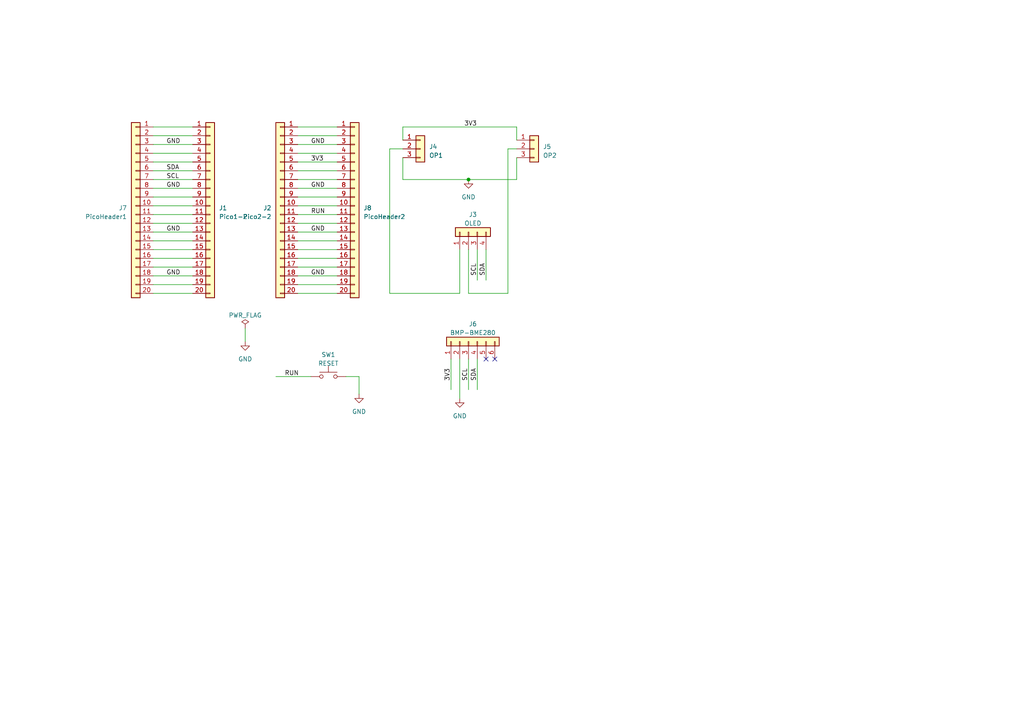
<source format=kicad_sch>
(kicad_sch (version 20230121) (generator eeschema)

  (uuid 897d83be-ee4b-48c9-84a1-7a520cd3f701)

  (paper "A4")

  (title_block
    (title "Pico Carrier OLED BMP/BME280")
    (date "2023-06-06")
    (rev "A")
    (company "Computadoras y Sensores")
  )

  (lib_symbols
    (symbol "Connector_Generic:Conn_01x03" (pin_names (offset 1.016) hide) (in_bom yes) (on_board yes)
      (property "Reference" "J" (at 0 5.08 0)
        (effects (font (size 1.27 1.27)))
      )
      (property "Value" "Conn_01x03" (at 0 -5.08 0)
        (effects (font (size 1.27 1.27)))
      )
      (property "Footprint" "" (at 0 0 0)
        (effects (font (size 1.27 1.27)) hide)
      )
      (property "Datasheet" "~" (at 0 0 0)
        (effects (font (size 1.27 1.27)) hide)
      )
      (property "ki_keywords" "connector" (at 0 0 0)
        (effects (font (size 1.27 1.27)) hide)
      )
      (property "ki_description" "Generic connector, single row, 01x03, script generated (kicad-library-utils/schlib/autogen/connector/)" (at 0 0 0)
        (effects (font (size 1.27 1.27)) hide)
      )
      (property "ki_fp_filters" "Connector*:*_1x??_*" (at 0 0 0)
        (effects (font (size 1.27 1.27)) hide)
      )
      (symbol "Conn_01x03_1_1"
        (rectangle (start -1.27 -2.413) (end 0 -2.667)
          (stroke (width 0.1524) (type default))
          (fill (type none))
        )
        (rectangle (start -1.27 0.127) (end 0 -0.127)
          (stroke (width 0.1524) (type default))
          (fill (type none))
        )
        (rectangle (start -1.27 2.667) (end 0 2.413)
          (stroke (width 0.1524) (type default))
          (fill (type none))
        )
        (rectangle (start -1.27 3.81) (end 1.27 -3.81)
          (stroke (width 0.254) (type default))
          (fill (type background))
        )
        (pin passive line (at -5.08 2.54 0) (length 3.81)
          (name "Pin_1" (effects (font (size 1.27 1.27))))
          (number "1" (effects (font (size 1.27 1.27))))
        )
        (pin passive line (at -5.08 0 0) (length 3.81)
          (name "Pin_2" (effects (font (size 1.27 1.27))))
          (number "2" (effects (font (size 1.27 1.27))))
        )
        (pin passive line (at -5.08 -2.54 0) (length 3.81)
          (name "Pin_3" (effects (font (size 1.27 1.27))))
          (number "3" (effects (font (size 1.27 1.27))))
        )
      )
    )
    (symbol "Connector_Generic:Conn_01x04" (pin_names (offset 1.016) hide) (in_bom yes) (on_board yes)
      (property "Reference" "J" (at 0 5.08 0)
        (effects (font (size 1.27 1.27)))
      )
      (property "Value" "Conn_01x04" (at 0 -7.62 0)
        (effects (font (size 1.27 1.27)))
      )
      (property "Footprint" "" (at 0 0 0)
        (effects (font (size 1.27 1.27)) hide)
      )
      (property "Datasheet" "~" (at 0 0 0)
        (effects (font (size 1.27 1.27)) hide)
      )
      (property "ki_keywords" "connector" (at 0 0 0)
        (effects (font (size 1.27 1.27)) hide)
      )
      (property "ki_description" "Generic connector, single row, 01x04, script generated (kicad-library-utils/schlib/autogen/connector/)" (at 0 0 0)
        (effects (font (size 1.27 1.27)) hide)
      )
      (property "ki_fp_filters" "Connector*:*_1x??_*" (at 0 0 0)
        (effects (font (size 1.27 1.27)) hide)
      )
      (symbol "Conn_01x04_1_1"
        (rectangle (start -1.27 -4.953) (end 0 -5.207)
          (stroke (width 0.1524) (type default))
          (fill (type none))
        )
        (rectangle (start -1.27 -2.413) (end 0 -2.667)
          (stroke (width 0.1524) (type default))
          (fill (type none))
        )
        (rectangle (start -1.27 0.127) (end 0 -0.127)
          (stroke (width 0.1524) (type default))
          (fill (type none))
        )
        (rectangle (start -1.27 2.667) (end 0 2.413)
          (stroke (width 0.1524) (type default))
          (fill (type none))
        )
        (rectangle (start -1.27 3.81) (end 1.27 -6.35)
          (stroke (width 0.254) (type default))
          (fill (type background))
        )
        (pin passive line (at -5.08 2.54 0) (length 3.81)
          (name "Pin_1" (effects (font (size 1.27 1.27))))
          (number "1" (effects (font (size 1.27 1.27))))
        )
        (pin passive line (at -5.08 0 0) (length 3.81)
          (name "Pin_2" (effects (font (size 1.27 1.27))))
          (number "2" (effects (font (size 1.27 1.27))))
        )
        (pin passive line (at -5.08 -2.54 0) (length 3.81)
          (name "Pin_3" (effects (font (size 1.27 1.27))))
          (number "3" (effects (font (size 1.27 1.27))))
        )
        (pin passive line (at -5.08 -5.08 0) (length 3.81)
          (name "Pin_4" (effects (font (size 1.27 1.27))))
          (number "4" (effects (font (size 1.27 1.27))))
        )
      )
    )
    (symbol "Connector_Generic:Conn_01x06" (pin_names (offset 1.016) hide) (in_bom yes) (on_board yes)
      (property "Reference" "J" (at 0 7.62 0)
        (effects (font (size 1.27 1.27)))
      )
      (property "Value" "Conn_01x06" (at 0 -10.16 0)
        (effects (font (size 1.27 1.27)))
      )
      (property "Footprint" "" (at 0 0 0)
        (effects (font (size 1.27 1.27)) hide)
      )
      (property "Datasheet" "~" (at 0 0 0)
        (effects (font (size 1.27 1.27)) hide)
      )
      (property "ki_keywords" "connector" (at 0 0 0)
        (effects (font (size 1.27 1.27)) hide)
      )
      (property "ki_description" "Generic connector, single row, 01x06, script generated (kicad-library-utils/schlib/autogen/connector/)" (at 0 0 0)
        (effects (font (size 1.27 1.27)) hide)
      )
      (property "ki_fp_filters" "Connector*:*_1x??_*" (at 0 0 0)
        (effects (font (size 1.27 1.27)) hide)
      )
      (symbol "Conn_01x06_1_1"
        (rectangle (start -1.27 -7.493) (end 0 -7.747)
          (stroke (width 0.1524) (type default))
          (fill (type none))
        )
        (rectangle (start -1.27 -4.953) (end 0 -5.207)
          (stroke (width 0.1524) (type default))
          (fill (type none))
        )
        (rectangle (start -1.27 -2.413) (end 0 -2.667)
          (stroke (width 0.1524) (type default))
          (fill (type none))
        )
        (rectangle (start -1.27 0.127) (end 0 -0.127)
          (stroke (width 0.1524) (type default))
          (fill (type none))
        )
        (rectangle (start -1.27 2.667) (end 0 2.413)
          (stroke (width 0.1524) (type default))
          (fill (type none))
        )
        (rectangle (start -1.27 5.207) (end 0 4.953)
          (stroke (width 0.1524) (type default))
          (fill (type none))
        )
        (rectangle (start -1.27 6.35) (end 1.27 -8.89)
          (stroke (width 0.254) (type default))
          (fill (type background))
        )
        (pin passive line (at -5.08 5.08 0) (length 3.81)
          (name "Pin_1" (effects (font (size 1.27 1.27))))
          (number "1" (effects (font (size 1.27 1.27))))
        )
        (pin passive line (at -5.08 2.54 0) (length 3.81)
          (name "Pin_2" (effects (font (size 1.27 1.27))))
          (number "2" (effects (font (size 1.27 1.27))))
        )
        (pin passive line (at -5.08 0 0) (length 3.81)
          (name "Pin_3" (effects (font (size 1.27 1.27))))
          (number "3" (effects (font (size 1.27 1.27))))
        )
        (pin passive line (at -5.08 -2.54 0) (length 3.81)
          (name "Pin_4" (effects (font (size 1.27 1.27))))
          (number "4" (effects (font (size 1.27 1.27))))
        )
        (pin passive line (at -5.08 -5.08 0) (length 3.81)
          (name "Pin_5" (effects (font (size 1.27 1.27))))
          (number "5" (effects (font (size 1.27 1.27))))
        )
        (pin passive line (at -5.08 -7.62 0) (length 3.81)
          (name "Pin_6" (effects (font (size 1.27 1.27))))
          (number "6" (effects (font (size 1.27 1.27))))
        )
      )
    )
    (symbol "Connector_Generic:Conn_01x20" (pin_names (offset 1.016) hide) (in_bom yes) (on_board yes)
      (property "Reference" "J" (at 0 25.4 0)
        (effects (font (size 1.27 1.27)))
      )
      (property "Value" "Conn_01x20" (at 0 -27.94 0)
        (effects (font (size 1.27 1.27)))
      )
      (property "Footprint" "" (at 0 0 0)
        (effects (font (size 1.27 1.27)) hide)
      )
      (property "Datasheet" "~" (at 0 0 0)
        (effects (font (size 1.27 1.27)) hide)
      )
      (property "ki_keywords" "connector" (at 0 0 0)
        (effects (font (size 1.27 1.27)) hide)
      )
      (property "ki_description" "Generic connector, single row, 01x20, script generated (kicad-library-utils/schlib/autogen/connector/)" (at 0 0 0)
        (effects (font (size 1.27 1.27)) hide)
      )
      (property "ki_fp_filters" "Connector*:*_1x??_*" (at 0 0 0)
        (effects (font (size 1.27 1.27)) hide)
      )
      (symbol "Conn_01x20_1_1"
        (rectangle (start -1.27 -25.273) (end 0 -25.527)
          (stroke (width 0.1524) (type default))
          (fill (type none))
        )
        (rectangle (start -1.27 -22.733) (end 0 -22.987)
          (stroke (width 0.1524) (type default))
          (fill (type none))
        )
        (rectangle (start -1.27 -20.193) (end 0 -20.447)
          (stroke (width 0.1524) (type default))
          (fill (type none))
        )
        (rectangle (start -1.27 -17.653) (end 0 -17.907)
          (stroke (width 0.1524) (type default))
          (fill (type none))
        )
        (rectangle (start -1.27 -15.113) (end 0 -15.367)
          (stroke (width 0.1524) (type default))
          (fill (type none))
        )
        (rectangle (start -1.27 -12.573) (end 0 -12.827)
          (stroke (width 0.1524) (type default))
          (fill (type none))
        )
        (rectangle (start -1.27 -10.033) (end 0 -10.287)
          (stroke (width 0.1524) (type default))
          (fill (type none))
        )
        (rectangle (start -1.27 -7.493) (end 0 -7.747)
          (stroke (width 0.1524) (type default))
          (fill (type none))
        )
        (rectangle (start -1.27 -4.953) (end 0 -5.207)
          (stroke (width 0.1524) (type default))
          (fill (type none))
        )
        (rectangle (start -1.27 -2.413) (end 0 -2.667)
          (stroke (width 0.1524) (type default))
          (fill (type none))
        )
        (rectangle (start -1.27 0.127) (end 0 -0.127)
          (stroke (width 0.1524) (type default))
          (fill (type none))
        )
        (rectangle (start -1.27 2.667) (end 0 2.413)
          (stroke (width 0.1524) (type default))
          (fill (type none))
        )
        (rectangle (start -1.27 5.207) (end 0 4.953)
          (stroke (width 0.1524) (type default))
          (fill (type none))
        )
        (rectangle (start -1.27 7.747) (end 0 7.493)
          (stroke (width 0.1524) (type default))
          (fill (type none))
        )
        (rectangle (start -1.27 10.287) (end 0 10.033)
          (stroke (width 0.1524) (type default))
          (fill (type none))
        )
        (rectangle (start -1.27 12.827) (end 0 12.573)
          (stroke (width 0.1524) (type default))
          (fill (type none))
        )
        (rectangle (start -1.27 15.367) (end 0 15.113)
          (stroke (width 0.1524) (type default))
          (fill (type none))
        )
        (rectangle (start -1.27 17.907) (end 0 17.653)
          (stroke (width 0.1524) (type default))
          (fill (type none))
        )
        (rectangle (start -1.27 20.447) (end 0 20.193)
          (stroke (width 0.1524) (type default))
          (fill (type none))
        )
        (rectangle (start -1.27 22.987) (end 0 22.733)
          (stroke (width 0.1524) (type default))
          (fill (type none))
        )
        (rectangle (start -1.27 24.13) (end 1.27 -26.67)
          (stroke (width 0.254) (type default))
          (fill (type background))
        )
        (pin passive line (at -5.08 22.86 0) (length 3.81)
          (name "Pin_1" (effects (font (size 1.27 1.27))))
          (number "1" (effects (font (size 1.27 1.27))))
        )
        (pin passive line (at -5.08 0 0) (length 3.81)
          (name "Pin_10" (effects (font (size 1.27 1.27))))
          (number "10" (effects (font (size 1.27 1.27))))
        )
        (pin passive line (at -5.08 -2.54 0) (length 3.81)
          (name "Pin_11" (effects (font (size 1.27 1.27))))
          (number "11" (effects (font (size 1.27 1.27))))
        )
        (pin passive line (at -5.08 -5.08 0) (length 3.81)
          (name "Pin_12" (effects (font (size 1.27 1.27))))
          (number "12" (effects (font (size 1.27 1.27))))
        )
        (pin passive line (at -5.08 -7.62 0) (length 3.81)
          (name "Pin_13" (effects (font (size 1.27 1.27))))
          (number "13" (effects (font (size 1.27 1.27))))
        )
        (pin passive line (at -5.08 -10.16 0) (length 3.81)
          (name "Pin_14" (effects (font (size 1.27 1.27))))
          (number "14" (effects (font (size 1.27 1.27))))
        )
        (pin passive line (at -5.08 -12.7 0) (length 3.81)
          (name "Pin_15" (effects (font (size 1.27 1.27))))
          (number "15" (effects (font (size 1.27 1.27))))
        )
        (pin passive line (at -5.08 -15.24 0) (length 3.81)
          (name "Pin_16" (effects (font (size 1.27 1.27))))
          (number "16" (effects (font (size 1.27 1.27))))
        )
        (pin passive line (at -5.08 -17.78 0) (length 3.81)
          (name "Pin_17" (effects (font (size 1.27 1.27))))
          (number "17" (effects (font (size 1.27 1.27))))
        )
        (pin passive line (at -5.08 -20.32 0) (length 3.81)
          (name "Pin_18" (effects (font (size 1.27 1.27))))
          (number "18" (effects (font (size 1.27 1.27))))
        )
        (pin passive line (at -5.08 -22.86 0) (length 3.81)
          (name "Pin_19" (effects (font (size 1.27 1.27))))
          (number "19" (effects (font (size 1.27 1.27))))
        )
        (pin passive line (at -5.08 20.32 0) (length 3.81)
          (name "Pin_2" (effects (font (size 1.27 1.27))))
          (number "2" (effects (font (size 1.27 1.27))))
        )
        (pin passive line (at -5.08 -25.4 0) (length 3.81)
          (name "Pin_20" (effects (font (size 1.27 1.27))))
          (number "20" (effects (font (size 1.27 1.27))))
        )
        (pin passive line (at -5.08 17.78 0) (length 3.81)
          (name "Pin_3" (effects (font (size 1.27 1.27))))
          (number "3" (effects (font (size 1.27 1.27))))
        )
        (pin passive line (at -5.08 15.24 0) (length 3.81)
          (name "Pin_4" (effects (font (size 1.27 1.27))))
          (number "4" (effects (font (size 1.27 1.27))))
        )
        (pin passive line (at -5.08 12.7 0) (length 3.81)
          (name "Pin_5" (effects (font (size 1.27 1.27))))
          (number "5" (effects (font (size 1.27 1.27))))
        )
        (pin passive line (at -5.08 10.16 0) (length 3.81)
          (name "Pin_6" (effects (font (size 1.27 1.27))))
          (number "6" (effects (font (size 1.27 1.27))))
        )
        (pin passive line (at -5.08 7.62 0) (length 3.81)
          (name "Pin_7" (effects (font (size 1.27 1.27))))
          (number "7" (effects (font (size 1.27 1.27))))
        )
        (pin passive line (at -5.08 5.08 0) (length 3.81)
          (name "Pin_8" (effects (font (size 1.27 1.27))))
          (number "8" (effects (font (size 1.27 1.27))))
        )
        (pin passive line (at -5.08 2.54 0) (length 3.81)
          (name "Pin_9" (effects (font (size 1.27 1.27))))
          (number "9" (effects (font (size 1.27 1.27))))
        )
      )
    )
    (symbol "Switch:SW_Push" (pin_numbers hide) (pin_names (offset 1.016) hide) (in_bom yes) (on_board yes)
      (property "Reference" "SW" (at 1.27 2.54 0)
        (effects (font (size 1.27 1.27)) (justify left))
      )
      (property "Value" "SW_Push" (at 0 -1.524 0)
        (effects (font (size 1.27 1.27)))
      )
      (property "Footprint" "" (at 0 5.08 0)
        (effects (font (size 1.27 1.27)) hide)
      )
      (property "Datasheet" "~" (at 0 5.08 0)
        (effects (font (size 1.27 1.27)) hide)
      )
      (property "ki_keywords" "switch normally-open pushbutton push-button" (at 0 0 0)
        (effects (font (size 1.27 1.27)) hide)
      )
      (property "ki_description" "Push button switch, generic, two pins" (at 0 0 0)
        (effects (font (size 1.27 1.27)) hide)
      )
      (symbol "SW_Push_0_1"
        (circle (center -2.032 0) (radius 0.508)
          (stroke (width 0) (type default))
          (fill (type none))
        )
        (polyline
          (pts
            (xy 0 1.27)
            (xy 0 3.048)
          )
          (stroke (width 0) (type default))
          (fill (type none))
        )
        (polyline
          (pts
            (xy 2.54 1.27)
            (xy -2.54 1.27)
          )
          (stroke (width 0) (type default))
          (fill (type none))
        )
        (circle (center 2.032 0) (radius 0.508)
          (stroke (width 0) (type default))
          (fill (type none))
        )
        (pin passive line (at -5.08 0 0) (length 2.54)
          (name "1" (effects (font (size 1.27 1.27))))
          (number "1" (effects (font (size 1.27 1.27))))
        )
        (pin passive line (at 5.08 0 180) (length 2.54)
          (name "2" (effects (font (size 1.27 1.27))))
          (number "2" (effects (font (size 1.27 1.27))))
        )
      )
    )
    (symbol "power:GND" (power) (pin_names (offset 0)) (in_bom yes) (on_board yes)
      (property "Reference" "#PWR" (at 0 -6.35 0)
        (effects (font (size 1.27 1.27)) hide)
      )
      (property "Value" "GND" (at 0 -3.81 0)
        (effects (font (size 1.27 1.27)))
      )
      (property "Footprint" "" (at 0 0 0)
        (effects (font (size 1.27 1.27)) hide)
      )
      (property "Datasheet" "" (at 0 0 0)
        (effects (font (size 1.27 1.27)) hide)
      )
      (property "ki_keywords" "global power" (at 0 0 0)
        (effects (font (size 1.27 1.27)) hide)
      )
      (property "ki_description" "Power symbol creates a global label with name \"GND\" , ground" (at 0 0 0)
        (effects (font (size 1.27 1.27)) hide)
      )
      (symbol "GND_0_1"
        (polyline
          (pts
            (xy 0 0)
            (xy 0 -1.27)
            (xy 1.27 -1.27)
            (xy 0 -2.54)
            (xy -1.27 -1.27)
            (xy 0 -1.27)
          )
          (stroke (width 0) (type default))
          (fill (type none))
        )
      )
      (symbol "GND_1_1"
        (pin power_in line (at 0 0 270) (length 0) hide
          (name "GND" (effects (font (size 1.27 1.27))))
          (number "1" (effects (font (size 1.27 1.27))))
        )
      )
    )
    (symbol "power:PWR_FLAG" (power) (pin_numbers hide) (pin_names (offset 0) hide) (in_bom yes) (on_board yes)
      (property "Reference" "#FLG" (at 0 1.905 0)
        (effects (font (size 1.27 1.27)) hide)
      )
      (property "Value" "PWR_FLAG" (at 0 3.81 0)
        (effects (font (size 1.27 1.27)))
      )
      (property "Footprint" "" (at 0 0 0)
        (effects (font (size 1.27 1.27)) hide)
      )
      (property "Datasheet" "~" (at 0 0 0)
        (effects (font (size 1.27 1.27)) hide)
      )
      (property "ki_keywords" "flag power" (at 0 0 0)
        (effects (font (size 1.27 1.27)) hide)
      )
      (property "ki_description" "Special symbol for telling ERC where power comes from" (at 0 0 0)
        (effects (font (size 1.27 1.27)) hide)
      )
      (symbol "PWR_FLAG_0_0"
        (pin power_out line (at 0 0 90) (length 0)
          (name "pwr" (effects (font (size 1.27 1.27))))
          (number "1" (effects (font (size 1.27 1.27))))
        )
      )
      (symbol "PWR_FLAG_0_1"
        (polyline
          (pts
            (xy 0 0)
            (xy 0 1.27)
            (xy -1.016 1.905)
            (xy 0 2.54)
            (xy 1.016 1.905)
            (xy 0 1.27)
          )
          (stroke (width 0) (type default))
          (fill (type none))
        )
      )
    )
  )

  (junction (at 135.89 52.07) (diameter 0) (color 0 0 0 0)
    (uuid e6e7a537-3c0d-4c6e-9a41-cf38264b5ed0)
  )

  (no_connect (at 143.51 104.14) (uuid 3e308529-93be-4fbe-b3e9-d49a20bcd914))
  (no_connect (at 140.97 104.14) (uuid a289e8db-4f8a-4503-80c7-a77f6f0a623d))

  (wire (pts (xy 86.36 69.85) (xy 97.79 69.85))
    (stroke (width 0) (type default))
    (uuid 0129d2b2-6f0c-4816-b8b8-4d4c9001d9e8)
  )
  (wire (pts (xy 116.84 52.07) (xy 135.89 52.07))
    (stroke (width 0) (type default))
    (uuid 01705d7f-4b99-40a8-8bf9-2038815732b2)
  )
  (wire (pts (xy 44.45 59.69) (xy 55.88 59.69))
    (stroke (width 0) (type default))
    (uuid 01b22d27-fec9-4034-b5ec-d9b1b4328991)
  )
  (wire (pts (xy 44.45 74.93) (xy 55.88 74.93))
    (stroke (width 0) (type default))
    (uuid 0c42035e-341c-4cfc-a7b2-8da2a06976a7)
  )
  (wire (pts (xy 140.97 72.39) (xy 140.97 81.28))
    (stroke (width 0) (type default))
    (uuid 1369e7e0-7a79-492c-aef9-6fa2192aa492)
  )
  (wire (pts (xy 86.36 41.91) (xy 97.79 41.91))
    (stroke (width 0) (type default))
    (uuid 1558c6fc-6189-4ac5-b981-b58f14db252c)
  )
  (wire (pts (xy 116.84 43.18) (xy 113.03 43.18))
    (stroke (width 0) (type default))
    (uuid 1586407e-3acf-4c39-8ee9-7dd1735b098c)
  )
  (wire (pts (xy 113.03 43.18) (xy 113.03 85.09))
    (stroke (width 0) (type default))
    (uuid 1968a5be-43bb-4789-bc17-2e583e67fe61)
  )
  (wire (pts (xy 44.45 72.39) (xy 55.88 72.39))
    (stroke (width 0) (type default))
    (uuid 1c5d5f99-ea3d-4fe2-98f8-21117d7a6e3f)
  )
  (wire (pts (xy 44.45 67.31) (xy 55.88 67.31))
    (stroke (width 0) (type default))
    (uuid 23940aa5-2586-4d1b-8ab4-68260108a82d)
  )
  (wire (pts (xy 149.86 43.18) (xy 147.32 43.18))
    (stroke (width 0) (type default))
    (uuid 253dd218-1a58-4039-8dff-82d16766139e)
  )
  (wire (pts (xy 86.36 39.37) (xy 97.79 39.37))
    (stroke (width 0) (type default))
    (uuid 28449648-2295-41da-99a7-672b991409ba)
  )
  (wire (pts (xy 104.14 109.22) (xy 104.14 114.3))
    (stroke (width 0) (type default))
    (uuid 29867f96-95d3-4dde-98e1-c9609b4c9fd6)
  )
  (wire (pts (xy 44.45 52.07) (xy 55.88 52.07))
    (stroke (width 0) (type default))
    (uuid 2b30bf8a-3244-41ee-8663-44e854a8fa56)
  )
  (wire (pts (xy 86.36 64.77) (xy 97.79 64.77))
    (stroke (width 0) (type default))
    (uuid 2bf336a0-829c-4c26-bf7a-49d09bdb2742)
  )
  (wire (pts (xy 86.36 67.31) (xy 97.79 67.31))
    (stroke (width 0) (type default))
    (uuid 2df74028-e29d-4d34-9a1f-a381ce82b0c2)
  )
  (wire (pts (xy 86.36 54.61) (xy 97.79 54.61))
    (stroke (width 0) (type default))
    (uuid 2f93de92-e7a1-48f3-b4b2-34f09e97b0b4)
  )
  (wire (pts (xy 86.36 49.53) (xy 97.79 49.53))
    (stroke (width 0) (type default))
    (uuid 30071e57-dd01-4196-b269-f5f9340e020f)
  )
  (wire (pts (xy 44.45 46.99) (xy 55.88 46.99))
    (stroke (width 0) (type default))
    (uuid 35a39e1e-de55-40d4-b2bb-c6902881ac4f)
  )
  (wire (pts (xy 86.36 57.15) (xy 97.79 57.15))
    (stroke (width 0) (type default))
    (uuid 365e2037-fff9-4ebd-9582-d5471b79a8a9)
  )
  (wire (pts (xy 133.35 85.09) (xy 133.35 72.39))
    (stroke (width 0) (type default))
    (uuid 37d12f8d-eb50-4be4-bbf4-65da86437b26)
  )
  (wire (pts (xy 44.45 36.83) (xy 55.88 36.83))
    (stroke (width 0) (type default))
    (uuid 3a305156-872f-4798-9ca7-4c65d9ff2e2c)
  )
  (wire (pts (xy 86.36 80.01) (xy 97.79 80.01))
    (stroke (width 0) (type default))
    (uuid 3a4ac6fb-ccc6-474a-94ac-5997f032db95)
  )
  (wire (pts (xy 44.45 82.55) (xy 55.88 82.55))
    (stroke (width 0) (type default))
    (uuid 3f768b15-e60d-422e-a605-b30157ca9762)
  )
  (wire (pts (xy 44.45 80.01) (xy 55.88 80.01))
    (stroke (width 0) (type default))
    (uuid 42584f35-4df0-45cf-82d5-ee4df50da868)
  )
  (wire (pts (xy 116.84 40.64) (xy 116.84 36.83))
    (stroke (width 0) (type default))
    (uuid 4878d3cf-83b0-4d8a-8379-cc980bb6014b)
  )
  (wire (pts (xy 44.45 64.77) (xy 55.88 64.77))
    (stroke (width 0) (type default))
    (uuid 49d1083d-e659-4a2d-8bfb-b3cea94a5e36)
  )
  (wire (pts (xy 113.03 85.09) (xy 133.35 85.09))
    (stroke (width 0) (type default))
    (uuid 4ab613b0-66a9-4dfb-b081-1c4b61218521)
  )
  (wire (pts (xy 44.45 54.61) (xy 55.88 54.61))
    (stroke (width 0) (type default))
    (uuid 4ac320f8-5a3c-4e76-9e11-d1bbe5fed0c2)
  )
  (wire (pts (xy 86.36 62.23) (xy 97.79 62.23))
    (stroke (width 0) (type default))
    (uuid 4ee48ae5-b464-4128-b2d1-63cab0435062)
  )
  (wire (pts (xy 86.36 85.09) (xy 97.79 85.09))
    (stroke (width 0) (type default))
    (uuid 501c71de-053b-44f7-b4d1-37e0b7240655)
  )
  (wire (pts (xy 86.36 82.55) (xy 97.79 82.55))
    (stroke (width 0) (type default))
    (uuid 503fe417-3a9f-413b-98a1-10d1a04d2dbd)
  )
  (wire (pts (xy 86.36 72.39) (xy 97.79 72.39))
    (stroke (width 0) (type default))
    (uuid 5128fe8f-62da-425f-85c3-3865c016f95d)
  )
  (wire (pts (xy 44.45 41.91) (xy 55.88 41.91))
    (stroke (width 0) (type default))
    (uuid 523e0e8d-c753-4cef-9652-94aa1b5e38fd)
  )
  (wire (pts (xy 149.86 52.07) (xy 149.86 45.72))
    (stroke (width 0) (type default))
    (uuid 54cfe6c6-3ca3-4069-bf5d-9396aee138cc)
  )
  (wire (pts (xy 80.01 109.22) (xy 90.17 109.22))
    (stroke (width 0) (type default))
    (uuid 570dde84-5d6d-427a-9aff-db738f6079d2)
  )
  (wire (pts (xy 44.45 62.23) (xy 55.88 62.23))
    (stroke (width 0) (type default))
    (uuid 5f9052b3-d298-4f79-ba85-0ac8bd608ef6)
  )
  (wire (pts (xy 44.45 69.85) (xy 55.88 69.85))
    (stroke (width 0) (type default))
    (uuid 650549ac-34dc-461f-bf4f-e036b6b360a9)
  )
  (wire (pts (xy 86.36 77.47) (xy 97.79 77.47))
    (stroke (width 0) (type default))
    (uuid 68738935-2b49-4ed6-8a59-2d0276f52bd0)
  )
  (wire (pts (xy 130.81 104.14) (xy 130.81 113.03))
    (stroke (width 0) (type default))
    (uuid 6a39a6f8-e11b-42cb-a08d-863780b7da04)
  )
  (wire (pts (xy 86.36 52.07) (xy 97.79 52.07))
    (stroke (width 0) (type default))
    (uuid 6b8487c5-36fa-4f65-ad8a-0baafd29f1a2)
  )
  (wire (pts (xy 135.89 104.14) (xy 135.89 113.03))
    (stroke (width 0) (type default))
    (uuid 720c0812-df24-4bde-af18-a7636b935066)
  )
  (wire (pts (xy 86.36 74.93) (xy 97.79 74.93))
    (stroke (width 0) (type default))
    (uuid 75f7003c-727f-49ae-9207-d6b86d542dfe)
  )
  (wire (pts (xy 135.89 52.07) (xy 149.86 52.07))
    (stroke (width 0) (type default))
    (uuid 80049f84-916f-48e6-a2c9-c4237e8e93a5)
  )
  (wire (pts (xy 138.43 104.14) (xy 138.43 113.03))
    (stroke (width 0) (type default))
    (uuid 86f5df1e-bea3-45d5-8fbc-d6c3297de901)
  )
  (wire (pts (xy 147.32 85.09) (xy 135.89 85.09))
    (stroke (width 0) (type default))
    (uuid 8b5e9a07-2a97-48f4-8adb-e2ca6c515a20)
  )
  (wire (pts (xy 135.89 85.09) (xy 135.89 72.39))
    (stroke (width 0) (type default))
    (uuid 8f2209a8-5f59-4102-a4f7-5bda70952dc8)
  )
  (wire (pts (xy 44.45 57.15) (xy 55.88 57.15))
    (stroke (width 0) (type default))
    (uuid 9fd0b310-a644-4708-b411-8d67eb73b668)
  )
  (wire (pts (xy 116.84 45.72) (xy 116.84 52.07))
    (stroke (width 0) (type default))
    (uuid a40ce7e0-1398-49cc-a48b-28545928f9fc)
  )
  (wire (pts (xy 44.45 39.37) (xy 55.88 39.37))
    (stroke (width 0) (type default))
    (uuid a5aa0af9-bf6b-48e8-ad5d-b617b577a4ce)
  )
  (wire (pts (xy 116.84 36.83) (xy 149.86 36.83))
    (stroke (width 0) (type default))
    (uuid a751b507-d407-4ecc-acb9-60bf16495b95)
  )
  (wire (pts (xy 44.45 85.09) (xy 55.88 85.09))
    (stroke (width 0) (type default))
    (uuid aa3d2205-63fd-416a-9c55-05ce4c92b1d4)
  )
  (wire (pts (xy 149.86 36.83) (xy 149.86 40.64))
    (stroke (width 0) (type default))
    (uuid b0f0b810-22d8-483f-a4ef-3565ea3019af)
  )
  (wire (pts (xy 44.45 44.45) (xy 55.88 44.45))
    (stroke (width 0) (type default))
    (uuid b986b916-6d36-4e73-8358-591cda9f37dd)
  )
  (wire (pts (xy 44.45 77.47) (xy 55.88 77.47))
    (stroke (width 0) (type default))
    (uuid b9afe82a-26ab-40d4-9b46-cfe178ad0434)
  )
  (wire (pts (xy 86.36 44.45) (xy 97.79 44.45))
    (stroke (width 0) (type default))
    (uuid bc6187a9-8512-4d97-b39f-1dfb47b327c1)
  )
  (wire (pts (xy 71.12 95.25) (xy 71.12 99.06))
    (stroke (width 0) (type default))
    (uuid c349d035-e04b-4cac-9b38-3a8c92a50a0a)
  )
  (wire (pts (xy 133.35 104.14) (xy 133.35 115.57))
    (stroke (width 0) (type default))
    (uuid c494ce79-2194-47f8-84d8-ce401ea9963b)
  )
  (wire (pts (xy 86.36 36.83) (xy 97.79 36.83))
    (stroke (width 0) (type default))
    (uuid e6647a42-344b-470c-ae5b-32a5f70fff6a)
  )
  (wire (pts (xy 86.36 59.69) (xy 97.79 59.69))
    (stroke (width 0) (type default))
    (uuid eb339fdc-c8a8-457a-aaff-429b469429be)
  )
  (wire (pts (xy 44.45 49.53) (xy 55.88 49.53))
    (stroke (width 0) (type default))
    (uuid f3fe579c-88b4-4f53-b2a3-0d48e6c65d66)
  )
  (wire (pts (xy 138.43 72.39) (xy 138.43 81.28))
    (stroke (width 0) (type default))
    (uuid f49b7d76-9a98-4783-8dc3-962caf9d9587)
  )
  (wire (pts (xy 147.32 43.18) (xy 147.32 85.09))
    (stroke (width 0) (type default))
    (uuid f5c48632-911c-4b9a-9e45-42cff8581229)
  )
  (wire (pts (xy 86.36 46.99) (xy 97.79 46.99))
    (stroke (width 0) (type default))
    (uuid fb284642-1c51-4268-aea9-ef6a968caf72)
  )
  (wire (pts (xy 100.33 109.22) (xy 104.14 109.22))
    (stroke (width 0) (type default))
    (uuid fc4913a1-dd9a-4498-8deb-7965e38f4c5c)
  )

  (label "3V3" (at 134.62 36.83 0) (fields_autoplaced)
    (effects (font (size 1.27 1.27)) (justify left bottom))
    (uuid 16a3849d-408f-4fb8-986d-ab1d777ec4d7)
  )
  (label "SDA" (at 48.26 49.53 0) (fields_autoplaced)
    (effects (font (size 1.27 1.27)) (justify left bottom))
    (uuid 20931730-de7f-4458-abda-ff806bc5b8ec)
  )
  (label "RUN" (at 90.17 62.23 0) (fields_autoplaced)
    (effects (font (size 1.27 1.27)) (justify left bottom))
    (uuid 36e52a44-77e0-4e20-b052-0bbdb2034c21)
  )
  (label "GND" (at 90.17 67.31 0) (fields_autoplaced)
    (effects (font (size 1.27 1.27)) (justify left bottom))
    (uuid 48e4e2b3-8051-4cc1-b893-266d115e389f)
  )
  (label "SCL" (at 135.89 110.49 90) (fields_autoplaced)
    (effects (font (size 1.27 1.27)) (justify left bottom))
    (uuid 53c5ce30-ba59-4453-967d-6ab205c61750)
  )
  (label "SDA" (at 140.97 80.01 90) (fields_autoplaced)
    (effects (font (size 1.27 1.27)) (justify left bottom))
    (uuid 5c8c9489-d1a2-4a94-a15d-bc95de8905fc)
  )
  (label "GND" (at 90.17 41.91 0) (fields_autoplaced)
    (effects (font (size 1.27 1.27)) (justify left bottom))
    (uuid 5f27d778-2cf2-484a-8b34-bf794f57546e)
  )
  (label "SCL" (at 138.43 80.01 90) (fields_autoplaced)
    (effects (font (size 1.27 1.27)) (justify left bottom))
    (uuid 69889e9c-ef79-46c8-b4ce-423c47818d93)
  )
  (label "SDA" (at 138.43 110.49 90) (fields_autoplaced)
    (effects (font (size 1.27 1.27)) (justify left bottom))
    (uuid 8b3a9fa0-838a-450f-a20a-d69bb571796a)
  )
  (label "GND" (at 90.17 80.01 0) (fields_autoplaced)
    (effects (font (size 1.27 1.27)) (justify left bottom))
    (uuid 9963164e-e476-4871-8c1e-4cf4c5c53d6d)
  )
  (label "SCL" (at 48.26 52.07 0) (fields_autoplaced)
    (effects (font (size 1.27 1.27)) (justify left bottom))
    (uuid 9c54ba8b-a740-42d8-abb1-f97f27c64649)
  )
  (label "3V3" (at 90.17 46.99 0) (fields_autoplaced)
    (effects (font (size 1.27 1.27)) (justify left bottom))
    (uuid 9cfcd6af-119a-43b4-bc9a-907cf1926246)
  )
  (label "GND" (at 48.26 54.61 0) (fields_autoplaced)
    (effects (font (size 1.27 1.27)) (justify left bottom))
    (uuid b1bf2401-5a68-40ea-980f-4d1112e95729)
  )
  (label "GND" (at 48.26 67.31 0) (fields_autoplaced)
    (effects (font (size 1.27 1.27)) (justify left bottom))
    (uuid b31357d0-b658-4640-a07b-5c149415f721)
  )
  (label "GND" (at 48.26 41.91 0) (fields_autoplaced)
    (effects (font (size 1.27 1.27)) (justify left bottom))
    (uuid b47c42d5-fb0c-4bae-9ddc-19e36aba8535)
  )
  (label "RUN" (at 82.55 109.22 0) (fields_autoplaced)
    (effects (font (size 1.27 1.27)) (justify left bottom))
    (uuid c8893bf7-878b-4f98-a73e-694dc5f35ab3)
  )
  (label "GND" (at 90.17 54.61 0) (fields_autoplaced)
    (effects (font (size 1.27 1.27)) (justify left bottom))
    (uuid dee8a9f6-dd28-4af9-a7bf-92cd1f83aeb2)
  )
  (label "GND" (at 48.26 80.01 0) (fields_autoplaced)
    (effects (font (size 1.27 1.27)) (justify left bottom))
    (uuid e6e4202f-8968-4086-8eec-7dcf3c0039d2)
  )
  (label "3V3" (at 130.81 110.49 90) (fields_autoplaced)
    (effects (font (size 1.27 1.27)) (justify left bottom))
    (uuid e7445497-212a-459d-9138-4935deccbdaf)
  )

  (symbol (lib_id "Connector_Generic:Conn_01x04") (at 135.89 67.31 90) (unit 1)
    (in_bom yes) (on_board yes) (dnp no) (fields_autoplaced)
    (uuid 156dc33c-806a-4664-8235-338428bb4ca1)
    (property "Reference" "J3" (at 137.16 62.23 90)
      (effects (font (size 1.27 1.27)))
    )
    (property "Value" "OLED" (at 137.16 64.77 90)
      (effects (font (size 1.27 1.27)))
    )
    (property "Footprint" "Connector_PinSocket_2.54mm:PinSocket_1x04_P2.54mm_Vertical" (at 135.89 67.31 0)
      (effects (font (size 1.27 1.27)) hide)
    )
    (property "Datasheet" "~" (at 135.89 67.31 0)
      (effects (font (size 1.27 1.27)) hide)
    )
    (pin "1" (uuid b42a8c95-23ac-4248-b5ca-490b4dd8ad52))
    (pin "2" (uuid a086453c-8112-4125-b231-6ce61d5773b9))
    (pin "3" (uuid a537d6a5-54c5-4d10-95e8-af8a89925cdb))
    (pin "4" (uuid 080daeaa-33e5-40cc-b6f2-f47b5d864302))
    (instances
      (project "Pico-Carrier"
        (path "/897d83be-ee4b-48c9-84a1-7a520cd3f701"
          (reference "J3") (unit 1)
        )
      )
    )
  )

  (symbol (lib_id "Switch:SW_Push") (at 95.25 109.22 0) (unit 1)
    (in_bom yes) (on_board yes) (dnp no) (fields_autoplaced)
    (uuid 1c0fbcb9-20eb-4930-bb05-9fe356695944)
    (property "Reference" "SW1" (at 95.25 102.87 0)
      (effects (font (size 1.27 1.27)))
    )
    (property "Value" "RESET" (at 95.25 105.41 0)
      (effects (font (size 1.27 1.27)))
    )
    (property "Footprint" "Button_Switch_THT:SW_PUSH_6mm" (at 95.25 104.14 0)
      (effects (font (size 1.27 1.27)) hide)
    )
    (property "Datasheet" "~" (at 95.25 104.14 0)
      (effects (font (size 1.27 1.27)) hide)
    )
    (pin "1" (uuid bfcbf52f-05f5-4a72-a24b-ccd6ef6e9fe2))
    (pin "2" (uuid ea25e2a3-aa88-4db8-8d7c-94648aff5f9c))
    (instances
      (project "Pico-Carrier"
        (path "/897d83be-ee4b-48c9-84a1-7a520cd3f701"
          (reference "SW1") (unit 1)
        )
      )
    )
  )

  (symbol (lib_id "Connector_Generic:Conn_01x03") (at 121.92 43.18 0) (unit 1)
    (in_bom yes) (on_board yes) (dnp no) (fields_autoplaced)
    (uuid 1c36aeb4-d407-48b9-9347-9975bd149842)
    (property "Reference" "J4" (at 124.46 42.545 0)
      (effects (font (size 1.27 1.27)) (justify left))
    )
    (property "Value" "OP1" (at 124.46 45.085 0)
      (effects (font (size 1.27 1.27)) (justify left))
    )
    (property "Footprint" "Connector_PinHeader_2.54mm:PinHeader_1x03_P2.54mm_Vertical" (at 121.92 43.18 0)
      (effects (font (size 1.27 1.27)) hide)
    )
    (property "Datasheet" "~" (at 121.92 43.18 0)
      (effects (font (size 1.27 1.27)) hide)
    )
    (pin "1" (uuid 9d1e3283-f854-4864-b6c5-99bd842aadce))
    (pin "2" (uuid adace5b9-61a3-48a1-9064-e81c05583f76))
    (pin "3" (uuid 44e4abcc-822e-4e80-92f1-fad3452f1edb))
    (instances
      (project "Pico-Carrier"
        (path "/897d83be-ee4b-48c9-84a1-7a520cd3f701"
          (reference "J4") (unit 1)
        )
      )
    )
  )

  (symbol (lib_id "power:GND") (at 104.14 114.3 0) (unit 1)
    (in_bom yes) (on_board yes) (dnp no) (fields_autoplaced)
    (uuid 4ba93b77-783d-4565-8ebf-517c8411ad2a)
    (property "Reference" "#PWR04" (at 104.14 120.65 0)
      (effects (font (size 1.27 1.27)) hide)
    )
    (property "Value" "GND" (at 104.14 119.38 0)
      (effects (font (size 1.27 1.27)))
    )
    (property "Footprint" "" (at 104.14 114.3 0)
      (effects (font (size 1.27 1.27)) hide)
    )
    (property "Datasheet" "" (at 104.14 114.3 0)
      (effects (font (size 1.27 1.27)) hide)
    )
    (pin "1" (uuid 91748ce2-cae4-4390-80a4-52a222c61a7d))
    (instances
      (project "Pico-Carrier"
        (path "/897d83be-ee4b-48c9-84a1-7a520cd3f701"
          (reference "#PWR04") (unit 1)
        )
      )
    )
  )

  (symbol (lib_id "power:GND") (at 71.12 99.06 0) (unit 1)
    (in_bom yes) (on_board yes) (dnp no) (fields_autoplaced)
    (uuid 4e897de3-b083-4e81-9241-6458f5da92db)
    (property "Reference" "#PWR01" (at 71.12 105.41 0)
      (effects (font (size 1.27 1.27)) hide)
    )
    (property "Value" "GND" (at 71.12 104.14 0)
      (effects (font (size 1.27 1.27)))
    )
    (property "Footprint" "" (at 71.12 99.06 0)
      (effects (font (size 1.27 1.27)) hide)
    )
    (property "Datasheet" "" (at 71.12 99.06 0)
      (effects (font (size 1.27 1.27)) hide)
    )
    (pin "1" (uuid daaf7094-9bac-4be6-b569-6532bb6b7a9b))
    (instances
      (project "Pico-Carrier"
        (path "/897d83be-ee4b-48c9-84a1-7a520cd3f701"
          (reference "#PWR01") (unit 1)
        )
      )
    )
  )

  (symbol (lib_id "power:PWR_FLAG") (at 71.12 95.25 0) (unit 1)
    (in_bom yes) (on_board yes) (dnp no) (fields_autoplaced)
    (uuid 50e1c9bf-0124-46ca-8662-72f2d0b07044)
    (property "Reference" "#FLG01" (at 71.12 93.345 0)
      (effects (font (size 1.27 1.27)) hide)
    )
    (property "Value" "PWR_FLAG" (at 71.12 91.44 0)
      (effects (font (size 1.27 1.27)))
    )
    (property "Footprint" "" (at 71.12 95.25 0)
      (effects (font (size 1.27 1.27)) hide)
    )
    (property "Datasheet" "~" (at 71.12 95.25 0)
      (effects (font (size 1.27 1.27)) hide)
    )
    (pin "1" (uuid a19aebec-b99e-4c38-9ee3-1a66ccfd9a94))
    (instances
      (project "Pico-Carrier"
        (path "/897d83be-ee4b-48c9-84a1-7a520cd3f701"
          (reference "#FLG01") (unit 1)
        )
      )
    )
  )

  (symbol (lib_id "Connector_Generic:Conn_01x20") (at 102.87 59.69 0) (unit 1)
    (in_bom yes) (on_board yes) (dnp no) (fields_autoplaced)
    (uuid 6359e99b-5185-49b1-87c0-10dc7b249de4)
    (property "Reference" "J8" (at 105.41 60.325 0)
      (effects (font (size 1.27 1.27)) (justify left))
    )
    (property "Value" "PicoHeader2" (at 105.41 62.865 0)
      (effects (font (size 1.27 1.27)) (justify left))
    )
    (property "Footprint" "Connector_PinHeader_2.54mm:PinHeader_1x20_P2.54mm_Vertical" (at 102.87 59.69 0)
      (effects (font (size 1.27 1.27)) hide)
    )
    (property "Datasheet" "~" (at 102.87 59.69 0)
      (effects (font (size 1.27 1.27)) hide)
    )
    (pin "1" (uuid 09f59c34-108c-47ea-a34c-60312d5c0ede))
    (pin "10" (uuid f1daa543-f755-47d1-957e-eb46c54caec9))
    (pin "11" (uuid c8c1f70a-df37-4112-af26-98fed0ec7ed3))
    (pin "12" (uuid a3e84b79-23ef-4753-b39f-dcc2f2ccf599))
    (pin "13" (uuid ff097d61-66f8-4e1b-a8a9-9e79d170c4b2))
    (pin "14" (uuid affc1272-3cdf-433a-ab3a-495782ecf20c))
    (pin "15" (uuid 118a3b43-f050-4ca8-97a0-cb93ce79fcf7))
    (pin "16" (uuid bcf7d064-9f60-42da-98b3-bb3a8e254bd9))
    (pin "17" (uuid 668e08bf-ae08-4a6a-9c86-6f37da9b9f6a))
    (pin "18" (uuid 47f2f5b2-8533-4492-88fe-283d12168151))
    (pin "19" (uuid 892639cb-9f67-4fa1-ba2e-f4d46685d470))
    (pin "2" (uuid a6bc935d-869d-4d22-9440-7261bd7f2639))
    (pin "20" (uuid 785a1062-4d17-4a7f-814a-f4651c0c2794))
    (pin "3" (uuid f2b3e502-67cd-4957-9f20-bf65b7b17c3f))
    (pin "4" (uuid 2c01e050-8e50-413b-8849-972d12797efd))
    (pin "5" (uuid 73de787e-74b6-4ab2-9ec1-9a033c191b5f))
    (pin "6" (uuid fa22d638-a18c-40e2-bab7-c19b3658fdf3))
    (pin "7" (uuid 767d1c78-efbf-4e0b-b02c-5611d27d742f))
    (pin "8" (uuid 156e63de-e999-4224-91a7-cf57fdb828e3))
    (pin "9" (uuid 57312a73-483d-4e11-9b7c-fbecb18fd84b))
    (instances
      (project "Pico-Carrier"
        (path "/897d83be-ee4b-48c9-84a1-7a520cd3f701"
          (reference "J8") (unit 1)
        )
      )
    )
  )

  (symbol (lib_id "Connector_Generic:Conn_01x20") (at 81.28 59.69 0) (mirror y) (unit 1)
    (in_bom yes) (on_board yes) (dnp no) (fields_autoplaced)
    (uuid 7049a99f-5a74-4222-a92c-4ff6693da9dc)
    (property "Reference" "J2" (at 78.74 60.325 0)
      (effects (font (size 1.27 1.27)) (justify left))
    )
    (property "Value" "Pico2-2" (at 78.74 62.865 0)
      (effects (font (size 1.27 1.27)) (justify left))
    )
    (property "Footprint" "Connector_PinSocket_2.54mm:PinSocket_1x20_P2.54mm_Vertical" (at 81.28 59.69 0)
      (effects (font (size 1.27 1.27)) hide)
    )
    (property "Datasheet" "~" (at 81.28 59.69 0)
      (effects (font (size 1.27 1.27)) hide)
    )
    (pin "1" (uuid 7e58fe60-9ae1-4b3a-90bf-f0b0772c9d35))
    (pin "10" (uuid d4c5b600-ea12-4b87-83ea-c4f18d51b162))
    (pin "11" (uuid 5438a500-ae98-4c1a-8439-461d072f228c))
    (pin "12" (uuid 0cf4452c-cad9-4653-b068-d97ae0100900))
    (pin "13" (uuid 2f3c9ea6-762c-482d-b42e-758bad939f6c))
    (pin "14" (uuid 1266117f-dfef-4a7f-a9ce-81e71320e1f8))
    (pin "15" (uuid eae9a4d2-7ffd-4970-8e4e-7123868474d2))
    (pin "16" (uuid 9a41d790-a3d3-4bde-be10-868d813c1820))
    (pin "17" (uuid 448c4348-f1b0-4826-9ef7-0111ca4bceb3))
    (pin "18" (uuid f507a4e0-abe2-451d-85bf-6f3f811cfea2))
    (pin "19" (uuid c54063a4-fc9e-4fd3-92c7-25b068268c61))
    (pin "2" (uuid 0e1a9d2f-fa2f-44ba-92af-74e5366a796a))
    (pin "20" (uuid d869ebfa-1b75-4ba1-b38d-32812cca9647))
    (pin "3" (uuid 946fb2f2-4ca7-4dee-bf37-212519216027))
    (pin "4" (uuid bb45d286-1b49-42f3-8137-e172826daa61))
    (pin "5" (uuid e8845edd-a215-4150-9774-22a2e46ee8f3))
    (pin "6" (uuid 82715780-e668-4cf8-85c6-68050cceaae4))
    (pin "7" (uuid 31998163-e53e-4b9a-8f28-82fade5a3b38))
    (pin "8" (uuid e1ed2c0c-e2b9-49a5-bdb5-2b1b4c16503a))
    (pin "9" (uuid e321f936-6c39-4af0-ad29-302bf1d9c042))
    (instances
      (project "Pico-Carrier"
        (path "/897d83be-ee4b-48c9-84a1-7a520cd3f701"
          (reference "J2") (unit 1)
        )
      )
    )
  )

  (symbol (lib_id "Connector_Generic:Conn_01x20") (at 60.96 59.69 0) (unit 1)
    (in_bom yes) (on_board yes) (dnp no) (fields_autoplaced)
    (uuid 99bf798e-3b3a-4bab-be87-5c04059e01f5)
    (property "Reference" "J1" (at 63.5 60.325 0)
      (effects (font (size 1.27 1.27)) (justify left))
    )
    (property "Value" "Pico1-2" (at 63.5 62.865 0)
      (effects (font (size 1.27 1.27)) (justify left))
    )
    (property "Footprint" "Connector_PinSocket_2.54mm:PinSocket_1x20_P2.54mm_Vertical" (at 60.96 59.69 0)
      (effects (font (size 1.27 1.27)) hide)
    )
    (property "Datasheet" "~" (at 60.96 59.69 0)
      (effects (font (size 1.27 1.27)) hide)
    )
    (pin "1" (uuid 49762225-3529-4e01-b104-58d0af434c96))
    (pin "10" (uuid cecd7baf-d8de-4ab0-8326-92a168d29809))
    (pin "11" (uuid 84199235-2328-4541-ae92-13bd6b5f6b79))
    (pin "12" (uuid 167518a2-c460-4c3d-85aa-b2654a3740e6))
    (pin "13" (uuid 9ee4d65a-46a2-4dec-a641-422422c75c72))
    (pin "14" (uuid 754bb94a-19fa-4582-afef-23c55c27f05f))
    (pin "15" (uuid 8991f263-17af-4204-8af1-36fc81ad2aa6))
    (pin "16" (uuid ef04e242-50dc-4b19-8943-2ed175e8c6cb))
    (pin "17" (uuid da34e0ad-3896-4910-be98-39ae0d25f19c))
    (pin "18" (uuid 2319f407-b2e5-488e-93a0-f803ceead1a5))
    (pin "19" (uuid 0d6bc75c-80ee-46e5-a773-2e73d70d639f))
    (pin "2" (uuid cbdda0a6-59ea-4fd4-af8a-3bb4be4ab9dc))
    (pin "20" (uuid 32376b7c-ecff-4a05-b10e-3644a092b865))
    (pin "3" (uuid 01e5fce9-2b65-43e4-882e-5560c0d412a5))
    (pin "4" (uuid 1416dcea-1782-4938-a318-a9cd2d57b890))
    (pin "5" (uuid 2a6d20df-9c3e-435b-93a8-b240761f4ede))
    (pin "6" (uuid f9eb4a34-3734-4d5d-a2fc-7c384c5e0f33))
    (pin "7" (uuid c984a8c4-2979-4ed0-8fe8-c154bfbf3912))
    (pin "8" (uuid 41cfc6a6-d941-4017-a80b-17e04f0d01c6))
    (pin "9" (uuid 43d49d74-39ee-4dfc-9217-56b04401a456))
    (instances
      (project "Pico-Carrier"
        (path "/897d83be-ee4b-48c9-84a1-7a520cd3f701"
          (reference "J1") (unit 1)
        )
      )
    )
  )

  (symbol (lib_id "power:GND") (at 133.35 115.57 0) (unit 1)
    (in_bom yes) (on_board yes) (dnp no) (fields_autoplaced)
    (uuid b907150a-c878-4b51-9b3a-768694f72e5e)
    (property "Reference" "#PWR03" (at 133.35 121.92 0)
      (effects (font (size 1.27 1.27)) hide)
    )
    (property "Value" "GND" (at 133.35 120.65 0)
      (effects (font (size 1.27 1.27)))
    )
    (property "Footprint" "" (at 133.35 115.57 0)
      (effects (font (size 1.27 1.27)) hide)
    )
    (property "Datasheet" "" (at 133.35 115.57 0)
      (effects (font (size 1.27 1.27)) hide)
    )
    (pin "1" (uuid 1c70f3a7-9ca4-4f72-bf21-47feda96baa6))
    (instances
      (project "Pico-Carrier"
        (path "/897d83be-ee4b-48c9-84a1-7a520cd3f701"
          (reference "#PWR03") (unit 1)
        )
      )
    )
  )

  (symbol (lib_id "Connector_Generic:Conn_01x03") (at 154.94 43.18 0) (unit 1)
    (in_bom yes) (on_board yes) (dnp no) (fields_autoplaced)
    (uuid c6bc3c3d-a728-4d16-92e4-8eeec458f7ec)
    (property "Reference" "J5" (at 157.48 42.545 0)
      (effects (font (size 1.27 1.27)) (justify left))
    )
    (property "Value" "OP2" (at 157.48 45.085 0)
      (effects (font (size 1.27 1.27)) (justify left))
    )
    (property "Footprint" "Connector_PinHeader_2.54mm:PinHeader_1x03_P2.54mm_Vertical" (at 154.94 43.18 0)
      (effects (font (size 1.27 1.27)) hide)
    )
    (property "Datasheet" "~" (at 154.94 43.18 0)
      (effects (font (size 1.27 1.27)) hide)
    )
    (pin "1" (uuid 28fd68ef-5173-4dd8-8cd1-3816d3891d7c))
    (pin "2" (uuid f76dac37-2bdc-416c-8573-c62203c4ce92))
    (pin "3" (uuid 2ba884f9-dcf6-49cd-bc08-d513b6020acc))
    (instances
      (project "Pico-Carrier"
        (path "/897d83be-ee4b-48c9-84a1-7a520cd3f701"
          (reference "J5") (unit 1)
        )
      )
    )
  )

  (symbol (lib_id "power:GND") (at 135.89 52.07 0) (unit 1)
    (in_bom yes) (on_board yes) (dnp no) (fields_autoplaced)
    (uuid dc753fe8-b0cb-48b8-84b9-0000d2ece338)
    (property "Reference" "#PWR02" (at 135.89 58.42 0)
      (effects (font (size 1.27 1.27)) hide)
    )
    (property "Value" "GND" (at 135.89 57.15 0)
      (effects (font (size 1.27 1.27)))
    )
    (property "Footprint" "" (at 135.89 52.07 0)
      (effects (font (size 1.27 1.27)) hide)
    )
    (property "Datasheet" "" (at 135.89 52.07 0)
      (effects (font (size 1.27 1.27)) hide)
    )
    (pin "1" (uuid 4736e7a1-1954-43a2-9fba-9671c51ccec9))
    (instances
      (project "Pico-Carrier"
        (path "/897d83be-ee4b-48c9-84a1-7a520cd3f701"
          (reference "#PWR02") (unit 1)
        )
      )
    )
  )

  (symbol (lib_id "Connector_Generic:Conn_01x20") (at 39.37 59.69 0) (mirror y) (unit 1)
    (in_bom yes) (on_board yes) (dnp no) (fields_autoplaced)
    (uuid fdd3111a-96e7-403b-85db-d97cf3d256f1)
    (property "Reference" "J7" (at 36.83 60.325 0)
      (effects (font (size 1.27 1.27)) (justify left))
    )
    (property "Value" "PicoHeader1" (at 36.83 62.865 0)
      (effects (font (size 1.27 1.27)) (justify left))
    )
    (property "Footprint" "Connector_PinHeader_2.54mm:PinHeader_1x20_P2.54mm_Vertical" (at 39.37 59.69 0)
      (effects (font (size 1.27 1.27)) hide)
    )
    (property "Datasheet" "~" (at 39.37 59.69 0)
      (effects (font (size 1.27 1.27)) hide)
    )
    (pin "1" (uuid ebf0a03f-199b-4010-916b-71d5ee3ed8af))
    (pin "10" (uuid f1d3e47a-a34d-4d9f-b807-04a050e6582d))
    (pin "11" (uuid a9731968-8f77-484b-84b1-43ed77f1b221))
    (pin "12" (uuid ff0d6f86-a9f6-465e-801f-1a6faac378c3))
    (pin "13" (uuid 87fe6e5b-fca8-4579-befb-31390a1636cb))
    (pin "14" (uuid d7996fa7-6519-4fa1-ab1c-8b93bfcf3a97))
    (pin "15" (uuid c6916fe9-fe88-40e7-b7f4-d5aeb085b9c5))
    (pin "16" (uuid 25255f1d-8e3a-428d-8a10-82f75b23bdeb))
    (pin "17" (uuid 7512139a-866f-4ca8-97e1-0be99a848702))
    (pin "18" (uuid fcad5b61-b256-4121-a3ff-e26b7835edc7))
    (pin "19" (uuid 373b4526-2702-4811-8aee-d2c6ea8c312c))
    (pin "2" (uuid 11d10df8-d30e-483f-b14f-932bd340fe12))
    (pin "20" (uuid ea6d5c50-2b74-44a4-81b9-94d3ba05f51b))
    (pin "3" (uuid d4164303-d1b7-42b1-88f8-a3c9727cc943))
    (pin "4" (uuid a95ef750-239c-481a-b6e7-7ca31225add2))
    (pin "5" (uuid eac2084a-48bb-4562-9833-0ac2499292b6))
    (pin "6" (uuid 47e357ad-3ec4-4d20-9212-22c99447ae58))
    (pin "7" (uuid 0aaa528f-2134-4e11-b49b-1454445e3812))
    (pin "8" (uuid 5c6270c8-8f51-43c7-92aa-eb562263a233))
    (pin "9" (uuid 9cf8fbc4-dc4f-4c8d-a98c-a3c76df8e206))
    (instances
      (project "Pico-Carrier"
        (path "/897d83be-ee4b-48c9-84a1-7a520cd3f701"
          (reference "J7") (unit 1)
        )
      )
    )
  )

  (symbol (lib_id "Connector_Generic:Conn_01x06") (at 135.89 99.06 90) (unit 1)
    (in_bom yes) (on_board yes) (dnp no) (fields_autoplaced)
    (uuid fec3a71b-65fd-440c-ae18-ddb28008e24e)
    (property "Reference" "J6" (at 137.16 93.98 90)
      (effects (font (size 1.27 1.27)))
    )
    (property "Value" "BMP-BME280" (at 137.16 96.52 90)
      (effects (font (size 1.27 1.27)))
    )
    (property "Footprint" "Connector_PinSocket_2.54mm:PinSocket_1x06_P2.54mm_Vertical" (at 135.89 99.06 0)
      (effects (font (size 1.27 1.27)) hide)
    )
    (property "Datasheet" "~" (at 135.89 99.06 0)
      (effects (font (size 1.27 1.27)) hide)
    )
    (pin "1" (uuid e50ed40b-b452-4d21-ad2a-5f09f4b6e6fe))
    (pin "2" (uuid 5941071f-695b-41de-a403-bfb72069b39a))
    (pin "3" (uuid 10c6bef3-591e-48ec-b53f-08041dc739fa))
    (pin "4" (uuid 63ecd370-9bc0-4952-8bae-3d30f3008edf))
    (pin "5" (uuid 073edd60-c5f6-47b5-ad1b-023fc795575c))
    (pin "6" (uuid 3d9e88ae-f747-4860-9de5-6189b5b1160c))
    (instances
      (project "Pico-Carrier"
        (path "/897d83be-ee4b-48c9-84a1-7a520cd3f701"
          (reference "J6") (unit 1)
        )
      )
    )
  )

  (sheet_instances
    (path "/" (page "1"))
  )
)

</source>
